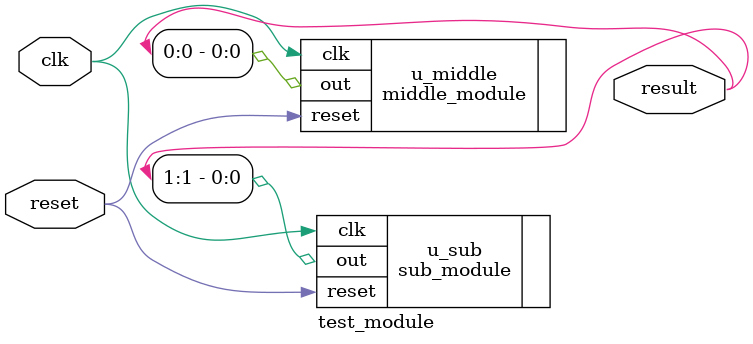
<source format=v>

`include "middle_module.v"

module test_module (
    input wire clk,
    input wire reset,
    output wire [1:0] result
);
    middle_module u_middle (
        .clk(clk),
        .reset(reset),
        .out(result[0])
    );

    sub_module u_sub (
        .clk(clk),
        .reset(reset),
        .out(result[1])
    );

endmodule

</source>
